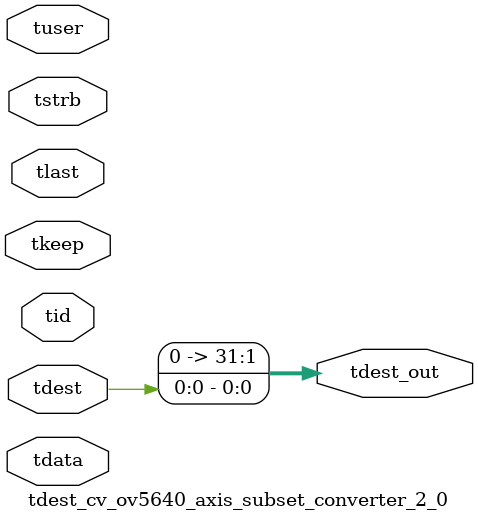
<source format=v>


`timescale 1ps/1ps

module tdest_cv_ov5640_axis_subset_converter_2_0 #
(
parameter C_S_AXIS_TDATA_WIDTH = 32,
parameter C_S_AXIS_TUSER_WIDTH = 0,
parameter C_S_AXIS_TID_WIDTH   = 0,
parameter C_S_AXIS_TDEST_WIDTH = 0,
parameter C_M_AXIS_TDEST_WIDTH = 32
)
(
input  [(C_S_AXIS_TDATA_WIDTH == 0 ? 1 : C_S_AXIS_TDATA_WIDTH)-1:0     ] tdata,
input  [(C_S_AXIS_TUSER_WIDTH == 0 ? 1 : C_S_AXIS_TUSER_WIDTH)-1:0     ] tuser,
input  [(C_S_AXIS_TID_WIDTH   == 0 ? 1 : C_S_AXIS_TID_WIDTH)-1:0       ] tid,
input  [(C_S_AXIS_TDEST_WIDTH == 0 ? 1 : C_S_AXIS_TDEST_WIDTH)-1:0     ] tdest,
input  [(C_S_AXIS_TDATA_WIDTH/8)-1:0 ] tkeep,
input  [(C_S_AXIS_TDATA_WIDTH/8)-1:0 ] tstrb,
input                                                                    tlast,
output [C_M_AXIS_TDEST_WIDTH-1:0] tdest_out
);

assign tdest_out = {tdest[0:0]};

endmodule


</source>
